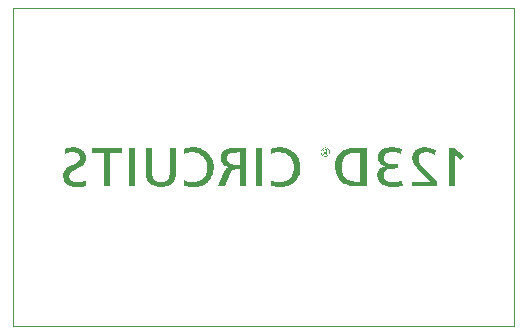
<source format=gbo>
G75*
G71*
%OFA0B0*%
%FSLAX23Y23*%
%IPPOS*%
%LPD*%
%ADD10C,0.1*%
%LPD*%D10*
X0Y0D02*
X0Y100D01*
X0Y200D01*
X0Y300D01*
X0Y399D01*
X0Y499D01*
X0Y599D01*
X0Y699D01*
X0Y799D01*
X0Y899D01*
X0Y999D01*
X0Y1099D01*
X0Y1198D01*
X0Y1298D01*
X0Y1398D01*
X0Y1498D01*
X0Y1598D01*
X0Y1698D01*
X0Y1798D01*
X0Y1898D01*
X0Y1997D01*
X0Y2097D01*
X0Y2197D01*
X0Y2297D01*
X0Y2397D01*
X0Y2497D01*
X0Y2597D01*
X0Y2697D01*
X0Y2796D01*
X0Y2896D01*
X0Y2996D01*
X0Y3096D01*
X0Y3196D01*
X0Y3296D01*
X0Y3396D01*
X0Y3495D01*
X0Y3595D01*
X0Y3695D01*
X0Y3795D01*
X0Y3895D01*
X0Y3995D01*
X0Y4095D01*
X0Y4195D01*
X0Y4294D01*
X0Y4394D01*
X0Y4494D01*
X0Y4594D01*
X0Y4694D01*
X0Y4794D01*
X0Y4894D01*
X0Y4994D01*
X0Y5093D01*
X0Y5193D01*
X0Y5293D01*
X0Y5393D01*
X0Y5493D01*
X0Y5593D01*
X0Y5693D01*
X0Y5793D01*
X0Y5892D01*
X0Y5992D01*
X0Y6092D01*
X0Y6192D01*
X0Y6292D01*
X0Y6392D01*
X0Y6492D01*
X0Y6591D01*
X0Y6691D01*
X0Y6791D01*
X0Y6891D01*
X0Y6991D01*
X0Y7091D01*
X0Y7191D01*
X0Y7291D01*
X0Y7390D01*
X0Y7490D01*
X0Y7590D01*
X0Y7690D01*
X0Y7790D01*
X0Y7890D01*
X0Y7990D01*
X0Y8090D01*
X0Y8189D01*
X0Y8289D01*
X0Y8389D01*
X0Y8489D01*
X0Y8589D01*
X0Y8689D01*
X0Y8789D01*
X0Y8888D01*
X0Y8988D01*
X0Y9088D01*
X0Y9188D01*
X0Y9288D01*
X0Y9388D01*
X0Y9488D01*
X0Y9588D01*
X0Y9687D01*
X0Y9787D01*
X0Y9887D01*
X0Y9987D01*
X0Y10087D01*
X0Y10187D01*
X0Y10287D01*
X0Y10387D01*
X0Y10486D01*
X0Y10586D01*
X0Y10686D01*
X0Y10786D01*
X0Y10886D01*
X0Y10986D01*
X0Y11086D01*
X0Y11186D01*
X0Y11285D01*
X0Y11385D01*
X0Y11485D01*
X0Y11585D01*
X0Y11685D01*
X0Y11785D01*
X0Y11885D01*
X0Y11985D01*
X0Y12084D01*
X0Y12184D01*
X0Y12284D01*
X0Y12384D01*
X0Y12484D01*
X0Y12584D01*
X0Y12684D01*
X0Y12783D01*
X0Y12883D01*
X0Y12983D01*
X0Y13083D01*
X0Y13183D01*
X0Y13283D01*
X0Y13383D01*
X0Y13483D01*
X0Y13582D01*
X0Y13682D01*
X0Y13782D01*
X0Y13882D01*
X0Y13982D01*
X0Y14082D01*
X0Y14182D01*
X0Y14282D01*
X0Y14381D01*
X0Y14481D01*
X0Y14581D01*
X0Y14681D01*
X0Y14781D01*
X0Y14881D01*
X0Y14981D01*
X0Y15081D01*
X0Y15180D01*
X0Y15280D01*
X0Y15380D01*
X0Y15480D01*
X0Y15580D01*
X0Y15680D01*
X0Y15780D01*
X0Y15879D01*
X0Y15979D01*
X0Y16079D01*
X0Y16179D01*
X0Y16279D01*
X0Y16379D01*
X0Y16479D01*
X0Y16579D01*
X0Y16678D01*
X0Y16778D01*
X0Y16878D01*
X0Y16978D01*
X0Y17078D01*
X0Y17178D01*
X0Y17278D01*
X0Y17378D01*
X0Y17477D01*
X0Y17577D01*
X0Y17677D01*
X0Y17777D01*
X0Y17877D01*
X0Y17977D01*
X0Y18077D01*
X0Y18177D01*
X0Y18276D01*
X0Y18376D01*
X0Y18476D01*
X0Y18576D01*
X0Y18676D01*
X0Y18776D01*
X0Y18876D01*
X0Y18975D01*
X0Y19075D01*
X0Y19175D01*
X0Y19275D01*
X0Y19375D01*
X0Y19475D01*
X0Y19575D01*
X0Y19675D01*
X0Y19774D01*
X0Y19874D01*
X0Y19974D01*
X0Y20074D01*
X0Y20174D01*
X0Y20274D01*
X0Y20374D01*
X0Y20474D01*
X0Y20573D01*
X0Y20673D01*
X0Y20773D01*
X0Y20873D01*
X0Y20973D01*
X0Y21073D01*
X0Y21173D01*
X0Y21273D01*
X0Y21372D01*
X0Y21472D01*
X0Y21572D01*
X0Y21672D01*
X0Y21772D01*
X0Y21872D01*
X0Y21972D01*
X0Y22071D01*
X0Y22171D01*
X0Y22271D01*
X0Y22371D01*
X0Y22471D01*
X0Y22571D01*
X0Y22671D01*
X0Y22771D01*
X0Y22870D01*
X0Y22970D01*
X0Y23070D01*
X0Y23170D01*
X0Y23270D01*
X0Y23370D01*
X0Y23470D01*
X0Y23570D01*
X0Y23669D01*
X0Y23769D01*
X0Y23869D01*
X0Y23969D01*
X0Y24069D01*
X0Y24169D01*
X0Y24269D01*
X0Y24369D01*
X0Y24468D01*
X0Y24568D01*
X0Y24668D01*
X0Y24768D01*
X0Y24868D01*
X0Y24968D01*
X0Y25068D01*
X0Y25168D01*
X0Y25267D01*
X0Y25367D01*
X0Y25467D01*
X0Y25567D01*
X0Y25667D01*
X0Y25767D01*
X0Y25867D01*
X0Y25967D01*
X0Y26066D01*
X0Y26166D01*
X0Y26266D01*
X0Y26366D01*
X0Y26466D01*
X0Y26566D01*
X0Y26666D01*
X0Y26765D01*
X0Y26865D01*
X0Y26965D01*
X100Y26965D01*
X200Y26965D01*
X299Y26965D01*
X399Y26965D01*
X499Y26965D01*
X599Y26965D01*
X698Y26965D01*
X798Y26965D01*
X898Y26965D01*
X998Y26965D01*
X1098Y26965D01*
X1197Y26965D01*
X1297Y26965D01*
X1397Y26965D01*
X1497Y26965D01*
X1596Y26965D01*
X1696Y26965D01*
X1796Y26965D01*
X1896Y26965D01*
X1995Y26965D01*
X2095Y26965D01*
X2195Y26965D01*
X2295Y26965D01*
X2395Y26965D01*
X2494Y26965D01*
X2594Y26965D01*
X2694Y26965D01*
X2794Y26965D01*
X2893Y26965D01*
X2993Y26965D01*
X3093Y26965D01*
X3193Y26965D01*
X3293Y26965D01*
X3392Y26965D01*
X3492Y26965D01*
X3592Y26965D01*
X3692Y26965D01*
X3791Y26965D01*
X3891Y26965D01*
X3991Y26965D01*
X4091Y26965D01*
X4190Y26965D01*
X4290Y26965D01*
X4390Y26965D01*
X4490Y26965D01*
X4590Y26965D01*
X4689Y26965D01*
X4789Y26965D01*
X4889Y26965D01*
X4989Y26965D01*
X5088Y26965D01*
X5188Y26965D01*
X5288Y26965D01*
X5388Y26965D01*
X5488Y26965D01*
X5587Y26965D01*
X5687Y26965D01*
X5787Y26965D01*
X5887Y26965D01*
X5986Y26965D01*
X6086Y26965D01*
X6186Y26965D01*
X6286Y26965D01*
X6385Y26965D01*
X6485Y26965D01*
X6585Y26965D01*
X6685Y26965D01*
X6785Y26965D01*
X6884Y26965D01*
X6984Y26965D01*
X7084Y26965D01*
X7184Y26965D01*
X7283Y26965D01*
X7383Y26965D01*
X7483Y26965D01*
X7583Y26965D01*
X7683Y26965D01*
X7782Y26965D01*
X7882Y26965D01*
X7982Y26965D01*
X8082Y26965D01*
X8181Y26965D01*
X8281Y26965D01*
X8381Y26965D01*
X8481Y26965D01*
X8580Y26965D01*
X8680Y26965D01*
X8780Y26965D01*
X8880Y26965D01*
X8980Y26965D01*
X9079Y26965D01*
X9179Y26965D01*
X9279Y26965D01*
X9379Y26965D01*
X9478Y26965D01*
X9578Y26965D01*
X9678Y26965D01*
X9778Y26965D01*
X9878Y26965D01*
X9977Y26965D01*
X10077Y26965D01*
X10177Y26965D01*
X10277Y26965D01*
X10376Y26965D01*
X10476Y26965D01*
X10576Y26965D01*
X10676Y26965D01*
X10775Y26965D01*
X10875Y26965D01*
X10975Y26965D01*
X11075Y26965D01*
X11175Y26965D01*
X11274Y26965D01*
X11374Y26965D01*
X11474Y26965D01*
X11574Y26965D01*
X11673Y26965D01*
X11773Y26965D01*
X11873Y26965D01*
X11973Y26965D01*
X12073Y26965D01*
X12172Y26965D01*
X12272Y26965D01*
X12372Y26965D01*
X12472Y26965D01*
X12571Y26965D01*
X12671Y26965D01*
X12771Y26965D01*
X12871Y26965D01*
X12970Y26965D01*
X13070Y26965D01*
X13170Y26965D01*
X13270Y26965D01*
X13370Y26965D01*
X13469Y26965D01*
X13569Y26965D01*
X13669Y26965D01*
X13769Y26965D01*
X13868Y26965D01*
X13968Y26965D01*
X14068Y26965D01*
X14168Y26965D01*
X14268Y26965D01*
X14367Y26965D01*
X14467Y26965D01*
X14567Y26965D01*
X14667Y26965D01*
X14766Y26965D01*
X14866Y26965D01*
X14966Y26965D01*
X15066Y26965D01*
X15165Y26965D01*
X15265Y26965D01*
X15365Y26965D01*
X15465Y26965D01*
X15565Y26965D01*
X15664Y26965D01*
X15764Y26965D01*
X15864Y26965D01*
X15964Y26965D01*
X16063Y26965D01*
X16163Y26965D01*
X16263Y26965D01*
X16363Y26965D01*
X16463Y26965D01*
X16562Y26965D01*
X16662Y26965D01*
X16762Y26965D01*
X16862Y26965D01*
X16961Y26965D01*
X17061Y26965D01*
X17161Y26965D01*
X17261Y26965D01*
X17361Y26965D01*
X17460Y26965D01*
X17560Y26965D01*
X17660Y26965D01*
X17760Y26965D01*
X17859Y26965D01*
X17959Y26965D01*
X18059Y26965D01*
X18159Y26965D01*
X18258Y26965D01*
X18358Y26965D01*
X18458Y26965D01*
X18558Y26965D01*
X18658Y26965D01*
X18757Y26965D01*
X18857Y26965D01*
X18957Y26965D01*
X19057Y26965D01*
X19156Y26965D01*
X19256Y26965D01*
X19356Y26965D01*
X19456Y26965D01*
X19556Y26965D01*
X19655Y26965D01*
X19755Y26965D01*
X19855Y26965D01*
X19955Y26965D01*
X20054Y26965D01*
X20154Y26965D01*
X20254Y26965D01*
X20354Y26965D01*
X20453Y26965D01*
X20553Y26965D01*
X20653Y26965D01*
X20753Y26965D01*
X20853Y26965D01*
X20952Y26965D01*
X21052Y26965D01*
X21152Y26965D01*
X21252Y26965D01*
X21351Y26965D01*
X21451Y26965D01*
X21551Y26965D01*
X21651Y26965D01*
X21751Y26965D01*
X21850Y26965D01*
X21950Y26965D01*
X22050Y26965D01*
X22150Y26965D01*
X22249Y26965D01*
X22349Y26965D01*
X22449Y26965D01*
X22549Y26965D01*
X22649Y26965D01*
X22748Y26965D01*
X22848Y26965D01*
X22948Y26965D01*
X23048Y26965D01*
X23147Y26965D01*
X23247Y26965D01*
X23347Y26965D01*
X23447Y26965D01*
X23546Y26965D01*
X23646Y26965D01*
X23746Y26965D01*
X23846Y26965D01*
X23946Y26965D01*
X24045Y26965D01*
X24145Y26965D01*
X24245Y26965D01*
X24345Y26965D01*
X24444Y26965D01*
X24544Y26965D01*
X24644Y26965D01*
X24744Y26965D01*
X24844Y26965D01*
X24943Y26965D01*
X25043Y26965D01*
X25143Y26965D01*
X25243Y26965D01*
X25342Y26965D01*
X25442Y26965D01*
X25542Y26965D01*
X25642Y26965D01*
X25741Y26965D01*
X25841Y26965D01*
X25941Y26965D01*
X26041Y26965D01*
X26141Y26965D01*
X26240Y26965D01*
X26340Y26965D01*
X26440Y26965D01*
X26540Y26965D01*
X26639Y26965D01*
X26739Y26965D01*
X26839Y26965D01*
X26939Y26965D01*
X27039Y26965D01*
X27138Y26965D01*
X27238Y26965D01*
X27338Y26965D01*
X27438Y26965D01*
X27537Y26965D01*
X27637Y26965D01*
X27737Y26965D01*
X27837Y26965D01*
X27936Y26965D01*
X28036Y26965D01*
X28136Y26965D01*
X28236Y26965D01*
X28336Y26965D01*
X28435Y26965D01*
X28535Y26965D01*
X28635Y26965D01*
X28735Y26965D01*
X28834Y26965D01*
X28934Y26965D01*
X29034Y26965D01*
X29134Y26965D01*
X29234Y26965D01*
X29333Y26965D01*
X29433Y26965D01*
X29533Y26965D01*
X29633Y26965D01*
X29732Y26965D01*
X29832Y26965D01*
X29932Y26965D01*
X30032Y26965D01*
X30131Y26965D01*
X30231Y26965D01*
X30331Y26965D01*
X30431Y26965D01*
X30531Y26965D01*
X30630Y26965D01*
X30730Y26965D01*
X30830Y26965D01*
X30930Y26965D01*
X31029Y26965D01*
X31129Y26965D01*
X31229Y26965D01*
X31329Y26965D01*
X31429Y26965D01*
X31528Y26965D01*
X31628Y26965D01*
X31728Y26965D01*
X31828Y26965D01*
X31927Y26965D01*
X32027Y26965D01*
X32127Y26965D01*
X32227Y26965D01*
X32327Y26965D01*
X32426Y26965D01*
X32526Y26965D01*
X32626Y26965D01*
X32726Y26965D01*
X32825Y26965D01*
X32925Y26965D01*
X33025Y26965D01*
X33125Y26965D01*
X33224Y26965D01*
X33324Y26965D01*
X33424Y26965D01*
X33524Y26965D01*
X33624Y26965D01*
X33723Y26965D01*
X33823Y26965D01*
X33923Y26965D01*
X34023Y26965D01*
X34122Y26965D01*
X34222Y26965D01*
X34322Y26965D01*
X34422Y26965D01*
X34522Y26965D01*
X34621Y26965D01*
X34721Y26965D01*
X34821Y26965D01*
X34921Y26965D01*
X35020Y26965D01*
X35120Y26965D01*
X35220Y26965D01*
X35320Y26965D01*
X35419Y26965D01*
X35519Y26965D01*
X35619Y26965D01*
X35719Y26965D01*
X35819Y26965D01*
X35918Y26965D01*
X36018Y26965D01*
X36118Y26965D01*
X36218Y26965D01*
X36317Y26965D01*
X36417Y26965D01*
X36517Y26965D01*
X36617Y26965D01*
X36717Y26965D01*
X36816Y26965D01*
X36916Y26965D01*
X37016Y26965D01*
X37116Y26965D01*
X37215Y26965D01*
X37315Y26965D01*
X37415Y26965D01*
X37515Y26965D01*
X37615Y26965D01*
X37714Y26965D01*
X37814Y26965D01*
X37914Y26965D01*
X38014Y26965D01*
X38113Y26965D01*
X38213Y26965D01*
X38313Y26965D01*
X38413Y26965D01*
X38513Y26965D01*
X38612Y26965D01*
X38712Y26965D01*
X38812Y26965D01*
X38912Y26965D01*
X39011Y26965D01*
X39111Y26965D01*
X39211Y26965D01*
X39311Y26965D01*
X39410Y26965D01*
X39510Y26965D01*
X39610Y26965D01*
X39710Y26965D01*
X39810Y26965D01*
X39909Y26965D01*
X40009Y26965D01*
X40109Y26965D01*
X40209Y26965D01*
X40308Y26965D01*
X40408Y26965D01*
X40508Y26965D01*
X40608Y26965D01*
X40708Y26965D01*
X40807Y26965D01*
X40907Y26965D01*
X41007Y26965D01*
X41107Y26965D01*
X41206Y26965D01*
X41306Y26965D01*
X41406Y26965D01*
X41506Y26965D01*
X41606Y26965D01*
X41705Y26965D01*
X41805Y26965D01*
X41905Y26965D01*
X42005Y26965D01*
X42104Y26965D01*
X42204Y26965D01*
X42304Y26965D01*
X42404Y26965D01*
X42404Y26865D01*
X42404Y26766D01*
X42404Y26666D01*
X42404Y26566D01*
X42404Y26466D01*
X42404Y26366D01*
X42404Y26266D01*
X42404Y26166D01*
X42404Y26066D01*
X42404Y25967D01*
X42404Y25867D01*
X42404Y25767D01*
X42404Y25667D01*
X42404Y25567D01*
X42404Y25467D01*
X42404Y25367D01*
X42404Y25267D01*
X42404Y25168D01*
X42404Y25068D01*
X42404Y24968D01*
X42404Y24868D01*
X42404Y24768D01*
X42404Y24668D01*
X42404Y24568D01*
X42404Y24468D01*
X42404Y24369D01*
X42404Y24269D01*
X42404Y24169D01*
X42404Y24069D01*
X42404Y23969D01*
X42404Y23869D01*
X42404Y23769D01*
X42404Y23670D01*
X42404Y23570D01*
X42404Y23470D01*
X42404Y23370D01*
X42404Y23270D01*
X42404Y23170D01*
X42404Y23070D01*
X42404Y22970D01*
X42404Y22871D01*
X42404Y22771D01*
X42404Y22671D01*
X42404Y22571D01*
X42404Y22471D01*
X42404Y22371D01*
X42404Y22271D01*
X42404Y22171D01*
X42404Y22072D01*
X42404Y21972D01*
X42404Y21872D01*
X42404Y21772D01*
X42404Y21672D01*
X42404Y21572D01*
X42404Y21472D01*
X42404Y21372D01*
X42404Y21273D01*
X42404Y21173D01*
X42404Y21073D01*
X42404Y20973D01*
X42404Y20873D01*
X42404Y20773D01*
X42404Y20673D01*
X42404Y20574D01*
X42404Y20474D01*
X42404Y20374D01*
X42404Y20274D01*
X42404Y20174D01*
X42404Y20074D01*
X42404Y19974D01*
X42404Y19874D01*
X42404Y19775D01*
X42404Y19675D01*
X42404Y19575D01*
X42404Y19475D01*
X42404Y19375D01*
X42404Y19275D01*
X42404Y19175D01*
X42404Y19075D01*
X42404Y18976D01*
X42404Y18876D01*
X42404Y18776D01*
X42404Y18676D01*
X42404Y18576D01*
X42404Y18476D01*
X42404Y18376D01*
X42404Y18276D01*
X42404Y18177D01*
X42404Y18077D01*
X42404Y17977D01*
X42404Y17877D01*
X42404Y17777D01*
X42404Y17677D01*
X42404Y17577D01*
X42404Y17478D01*
X42404Y17378D01*
X42404Y17278D01*
X42404Y17178D01*
X42404Y17078D01*
X42404Y16978D01*
X42404Y16878D01*
X42404Y16778D01*
X42404Y16679D01*
X42404Y16579D01*
X42404Y16479D01*
X42404Y16379D01*
X42404Y16279D01*
X42404Y16179D01*
X42404Y16079D01*
X42404Y15979D01*
X42404Y15880D01*
X42404Y15780D01*
X42404Y15680D01*
X42404Y15580D01*
X42404Y15480D01*
X42404Y15380D01*
X42404Y15280D01*
X42404Y15180D01*
X42404Y15081D01*
X42404Y14981D01*
X42404Y14881D01*
X42404Y14781D01*
X42404Y14681D01*
X42404Y14581D01*
X42404Y14481D01*
X42404Y14382D01*
X42404Y14282D01*
X42404Y14182D01*
X42404Y14082D01*
X42404Y13982D01*
X42404Y13882D01*
X42404Y13782D01*
X42404Y13682D01*
X42404Y13583D01*
X42404Y13483D01*
X42404Y13383D01*
X42404Y13283D01*
X42404Y13183D01*
X42404Y13083D01*
X42404Y12983D01*
X42404Y12883D01*
X42404Y12784D01*
X42404Y12684D01*
X42404Y12584D01*
X42404Y12484D01*
X42404Y12384D01*
X42404Y12284D01*
X42404Y12184D01*
X42404Y12084D01*
X42404Y11985D01*
X42404Y11885D01*
X42404Y11785D01*
X42404Y11685D01*
X42404Y11585D01*
X42404Y11485D01*
X42404Y11385D01*
X42404Y11286D01*
X42404Y11186D01*
X42404Y11086D01*
X42404Y10986D01*
X42404Y10886D01*
X42404Y10786D01*
X42404Y10686D01*
X42404Y10586D01*
X42404Y10487D01*
X42404Y10387D01*
X42404Y10287D01*
X42404Y10187D01*
X42404Y10087D01*
X42404Y9987D01*
X42404Y9887D01*
X42404Y9787D01*
X42404Y9688D01*
X42404Y9588D01*
X42404Y9488D01*
X42404Y9388D01*
X42404Y9288D01*
X42404Y9188D01*
X42404Y9088D01*
X42404Y8988D01*
X42404Y8889D01*
X42404Y8789D01*
X42404Y8689D01*
X42404Y8589D01*
X42404Y8489D01*
X42404Y8389D01*
X42404Y8289D01*
X42404Y8190D01*
X42404Y8090D01*
X42404Y7990D01*
X42404Y7890D01*
X42404Y7790D01*
X42404Y7690D01*
X42404Y7590D01*
X42404Y7490D01*
X42404Y7391D01*
X42404Y7291D01*
X42404Y7191D01*
X42404Y7091D01*
X42404Y6991D01*
X42404Y6891D01*
X42404Y6791D01*
X42404Y6691D01*
X42404Y6592D01*
X42404Y6492D01*
X42404Y6392D01*
X42404Y6292D01*
X42404Y6192D01*
X42404Y6092D01*
X42404Y5992D01*
X42404Y5892D01*
X42404Y5793D01*
X42404Y5693D01*
X42404Y5593D01*
X42404Y5493D01*
X42404Y5393D01*
X42404Y5293D01*
X42404Y5193D01*
X42404Y5093D01*
X42404Y4994D01*
X42404Y4894D01*
X42404Y4794D01*
X42404Y4694D01*
X42404Y4594D01*
X42404Y4494D01*
X42404Y4394D01*
X42404Y4295D01*
X42404Y4195D01*
X42404Y4095D01*
X42404Y3995D01*
X42404Y3895D01*
X42404Y3795D01*
X42404Y3695D01*
X42404Y3595D01*
X42404Y3496D01*
X42404Y3396D01*
X42404Y3296D01*
X42404Y3196D01*
X42404Y3096D01*
X42404Y2996D01*
X42404Y2896D01*
X42404Y2796D01*
X42404Y2697D01*
X42404Y2597D01*
X42404Y2497D01*
X42404Y2397D01*
X42404Y2297D01*
X42404Y2197D01*
X42404Y2097D01*
X42404Y1997D01*
X42404Y1898D01*
X42404Y1798D01*
X42404Y1698D01*
X42404Y1598D01*
X42404Y1498D01*
X42404Y1398D01*
X42404Y1298D01*
X42404Y1199D01*
X42404Y1099D01*
X42404Y999D01*
X42404Y899D01*
X42404Y799D01*
X42404Y699D01*
X42404Y599D01*
X42404Y499D01*
X42404Y400D01*
X42404Y300D01*
X42404Y200D01*
X42404Y100D01*
X42404Y0D01*
X42304Y0D01*
X42204Y0D01*
X42104Y0D01*
X42005Y0D01*
X41905Y0D01*
X41805Y0D01*
X41705Y0D01*
X41606Y0D01*
X41506Y0D01*
X41406Y0D01*
X41306Y0D01*
X41206Y0D01*
X41107Y0D01*
X41007Y0D01*
X40907Y0D01*
X40807Y0D01*
X40708Y0D01*
X40608Y0D01*
X40508Y0D01*
X40408Y0D01*
X40309Y0D01*
X40209Y0D01*
X40109Y0D01*
X40009Y0D01*
X39909Y0D01*
X39810Y0D01*
X39710Y0D01*
X39610Y0D01*
X39510Y0D01*
X39411Y0D01*
X39311Y0D01*
X39211Y0D01*
X39111Y0D01*
X39011Y0D01*
X38912Y0D01*
X38812Y0D01*
X38712Y0D01*
X38612Y0D01*
X38513Y0D01*
X38413Y0D01*
X38313Y0D01*
X38213Y0D01*
X38114Y0D01*
X38014Y0D01*
X37914Y0D01*
X37814Y0D01*
X37714Y0D01*
X37615Y0D01*
X37515Y0D01*
X37415Y0D01*
X37315Y0D01*
X37216Y0D01*
X37116Y0D01*
X37016Y0D01*
X36916Y0D01*
X36816Y0D01*
X36717Y0D01*
X36617Y0D01*
X36517Y0D01*
X36417Y0D01*
X36318Y0D01*
X36218Y0D01*
X36118Y0D01*
X36018Y0D01*
X35919Y0D01*
X35819Y0D01*
X35719Y0D01*
X35619Y0D01*
X35519Y0D01*
X35420Y0D01*
X35320Y0D01*
X35220Y0D01*
X35120Y0D01*
X35021Y0D01*
X34921Y0D01*
X34821Y0D01*
X34721Y0D01*
X34621Y0D01*
X34522Y0D01*
X34422Y0D01*
X34322Y0D01*
X34222Y0D01*
X34123Y0D01*
X34023Y0D01*
X33923Y0D01*
X33823Y0D01*
X33723Y0D01*
X33624Y0D01*
X33524Y0D01*
X33424Y0D01*
X33324Y0D01*
X33225Y0D01*
X33125Y0D01*
X33025Y0D01*
X32925Y0D01*
X32826Y0D01*
X32726Y0D01*
X32626Y0D01*
X32526Y0D01*
X32426Y0D01*
X32327Y0D01*
X32227Y0D01*
X32127Y0D01*
X32027Y0D01*
X31928Y0D01*
X31828Y0D01*
X31728Y0D01*
X31628Y0D01*
X31528Y0D01*
X31429Y0D01*
X31329Y0D01*
X31229Y0D01*
X31129Y0D01*
X31030Y0D01*
X30930Y0D01*
X30830Y0D01*
X30730Y0D01*
X30631Y0D01*
X30531Y0D01*
X30431Y0D01*
X30331Y0D01*
X30231Y0D01*
X30132Y0D01*
X30032Y0D01*
X29932Y0D01*
X29832Y0D01*
X29733Y0D01*
X29633Y0D01*
X29533Y0D01*
X29433Y0D01*
X29333Y0D01*
X29234Y0D01*
X29134Y0D01*
X29034Y0D01*
X28934Y0D01*
X28835Y0D01*
X28735Y0D01*
X28635Y0D01*
X28535Y0D01*
X28436Y0D01*
X28336Y0D01*
X28236Y0D01*
X28136Y0D01*
X28036Y0D01*
X27937Y0D01*
X27837Y0D01*
X27737Y0D01*
X27637Y0D01*
X27538Y0D01*
X27438Y0D01*
X27338Y0D01*
X27238Y0D01*
X27138Y0D01*
X27039Y0D01*
X26939Y0D01*
X26839Y0D01*
X26739Y0D01*
X26640Y0D01*
X26540Y0D01*
X26440Y0D01*
X26340Y0D01*
X26241Y0D01*
X26141Y0D01*
X26041Y0D01*
X25941Y0D01*
X25841Y0D01*
X25742Y0D01*
X25642Y0D01*
X25542Y0D01*
X25442Y0D01*
X25343Y0D01*
X25243Y0D01*
X25143Y0D01*
X25043Y0D01*
X24943Y0D01*
X24844Y0D01*
X24744Y0D01*
X24644Y0D01*
X24544Y0D01*
X24445Y0D01*
X24345Y0D01*
X24245Y0D01*
X24145Y0D01*
X24045Y0D01*
X23946Y0D01*
X23846Y0D01*
X23746Y0D01*
X23646Y0D01*
X23547Y0D01*
X23447Y0D01*
X23347Y0D01*
X23247Y0D01*
X23148Y0D01*
X23048Y0D01*
X22948Y0D01*
X22848Y0D01*
X22748Y0D01*
X22649Y0D01*
X22549Y0D01*
X22449Y0D01*
X22349Y0D01*
X22250Y0D01*
X22150Y0D01*
X22050Y0D01*
X21950Y0D01*
X21850Y0D01*
X21751Y0D01*
X21651Y0D01*
X21551Y0D01*
X21451Y0D01*
X21352Y0D01*
X21252Y0D01*
X21152Y0D01*
X21052Y0D01*
X20953Y0D01*
X20853Y0D01*
X20753Y0D01*
X20653Y0D01*
X20553Y0D01*
X20454Y0D01*
X20354Y0D01*
X20254Y0D01*
X20154Y0D01*
X20055Y0D01*
X19955Y0D01*
X19855Y0D01*
X19755Y0D01*
X19655Y0D01*
X19556Y0D01*
X19456Y0D01*
X19356Y0D01*
X19256Y0D01*
X19157Y0D01*
X19057Y0D01*
X18957Y0D01*
X18857Y0D01*
X18758Y0D01*
X18658Y0D01*
X18558Y0D01*
X18458Y0D01*
X18358Y0D01*
X18259Y0D01*
X18159Y0D01*
X18059Y0D01*
X17959Y0D01*
X17860Y0D01*
X17760Y0D01*
X17660Y0D01*
X17560Y0D01*
X17460Y0D01*
X17361Y0D01*
X17261Y0D01*
X17161Y0D01*
X17061Y0D01*
X16962Y0D01*
X16862Y0D01*
X16762Y0D01*
X16662Y0D01*
X16563Y0D01*
X16463Y0D01*
X16363Y0D01*
X16263Y0D01*
X16163Y0D01*
X16064Y0D01*
X15964Y0D01*
X15864Y0D01*
X15764Y0D01*
X15665Y0D01*
X15565Y0D01*
X15465Y0D01*
X15365Y0D01*
X15265Y0D01*
X15166Y0D01*
X15066Y0D01*
X14966Y0D01*
X14866Y0D01*
X14767Y0D01*
X14667Y0D01*
X14567Y0D01*
X14467Y0D01*
X14367Y0D01*
X14268Y0D01*
X14168Y0D01*
X14068Y0D01*
X13968Y0D01*
X13869Y0D01*
X13769Y0D01*
X13669Y0D01*
X13569Y0D01*
X13470Y0D01*
X13370Y0D01*
X13270Y0D01*
X13170Y0D01*
X13070Y0D01*
X12971Y0D01*
X12871Y0D01*
X12771Y0D01*
X12671Y0D01*
X12572Y0D01*
X12472Y0D01*
X12372Y0D01*
X12272Y0D01*
X12172Y0D01*
X12073Y0D01*
X11973Y0D01*
X11873Y0D01*
X11773Y0D01*
X11674Y0D01*
X11574Y0D01*
X11474Y0D01*
X11374Y0D01*
X11275Y0D01*
X11175Y0D01*
X11075Y0D01*
X10975Y0D01*
X10875Y0D01*
X10776Y0D01*
X10676Y0D01*
X10576Y0D01*
X10476Y0D01*
X10377Y0D01*
X10277Y0D01*
X10177Y0D01*
X10077Y0D01*
X9977Y0D01*
X9878Y0D01*
X9778Y0D01*
X9678Y0D01*
X9578Y0D01*
X9479Y0D01*
X9379Y0D01*
X9279Y0D01*
X9179Y0D01*
X9079Y0D01*
X8980Y0D01*
X8880Y0D01*
X8780Y0D01*
X8680Y0D01*
X8581Y0D01*
X8481Y0D01*
X8381Y0D01*
X8281Y0D01*
X8182Y0D01*
X8082Y0D01*
X7982Y0D01*
X7882Y0D01*
X7782Y0D01*
X7683Y0D01*
X7583Y0D01*
X7483Y0D01*
X7383Y0D01*
X7284Y0D01*
X7184Y0D01*
X7084Y0D01*
X6984Y0D01*
X6884Y0D01*
X6785Y0D01*
X6685Y0D01*
X6585Y0D01*
X6485Y0D01*
X6386Y0D01*
X6286Y0D01*
X6186Y0D01*
X6086Y0D01*
X5987Y0D01*
X5887Y0D01*
X5787Y0D01*
X5687Y0D01*
X5587Y0D01*
X5488Y0D01*
X5388Y0D01*
X5288Y0D01*
X5188Y0D01*
X5089Y0D01*
X4989Y0D01*
X4889Y0D01*
X4789Y0D01*
X4689Y0D01*
X4590Y0D01*
X4490Y0D01*
X4390Y0D01*
X4290Y0D01*
X4191Y0D01*
X4091Y0D01*
X3991Y0D01*
X3891Y0D01*
X3791Y0D01*
X3692Y0D01*
X3592Y0D01*
X3492Y0D01*
X3392Y0D01*
X3293Y0D01*
X3193Y0D01*
X3093Y0D01*
X2993Y0D01*
X2894Y0D01*
X2794Y0D01*
X2694Y0D01*
X2594Y0D01*
X2494Y0D01*
X2395Y0D01*
X2295Y0D01*
X2195Y0D01*
X2095Y0D01*
X1996Y0D01*
X1896Y0D01*
X1796Y0D01*
X1696Y0D01*
X1596Y0D01*
X1497Y0D01*
X1397Y0D01*
X1297Y0D01*
X1197Y0D01*
X1098Y0D01*
X998Y0D01*
X898Y0D01*
X798Y0D01*
X698Y0D01*
X599Y0D01*
X499Y0D01*
X399Y0D01*
X299Y0D01*
X200Y0D01*
X100Y0D01*
X0Y0D01*
X0Y0D01*
G36*
X37373Y11857D02*
X37373Y14572D01*
X37953Y14102D01*
X38163Y14455D01*
X37309Y15113D01*
X36860Y15113D01*
X36860Y11857D01*
X37373Y11857D01*
G37*
G36*
X35878Y11857D02*
X35878Y12258D01*
X34789Y13370D01*
X34648Y13530D01*
X34522Y13698D01*
X34467Y13783D01*
X34420Y13870D01*
X34380Y13958D01*
X34351Y14047D01*
X34332Y14136D01*
X34326Y14225D01*
X34329Y14287D01*
X34339Y14346D01*
X34355Y14401D01*
X34377Y14452D01*
X34404Y14500D01*
X34435Y14543D01*
X34472Y14583D01*
X34513Y14619D01*
X34557Y14651D01*
X34605Y14678D01*
X34655Y14702D01*
X34709Y14722D01*
X34765Y14737D01*
X34822Y14748D01*
X34881Y14755D01*
X34941Y14757D01*
X35049Y14753D01*
X35155Y14740D01*
X35308Y14707D01*
X35407Y14678D01*
X35601Y14603D01*
X35742Y14537D01*
X35766Y14957D01*
X35554Y15039D01*
X35335Y15103D01*
X35222Y15128D01*
X35109Y15147D01*
X34994Y15158D01*
X34878Y15162D01*
X34771Y15159D01*
X34667Y15150D01*
X34566Y15134D01*
X34468Y15112D01*
X34374Y15083D01*
X34285Y15047D01*
X34202Y15004D01*
X34124Y14953D01*
X34053Y14895D01*
X33989Y14830D01*
X33934Y14757D01*
X33887Y14676D01*
X33849Y14587D01*
X33822Y14489D01*
X33805Y14383D01*
X33799Y14269D01*
X33805Y14160D01*
X33826Y14053D01*
X33858Y13947D01*
X33901Y13843D01*
X33952Y13742D01*
X34013Y13642D01*
X34152Y13449D01*
X35254Y12252D01*
X33745Y12252D01*
X33745Y11857D01*
X35878Y11857D01*
X35878Y11857D01*
G37*
G36*
X32959Y12350D02*
X32863Y12315D01*
X32765Y12284D01*
X32561Y12239D01*
X32358Y12212D01*
X32163Y12204D01*
X32083Y12206D01*
X32005Y12213D01*
X31929Y12224D01*
X31856Y12240D01*
X31785Y12261D01*
X31719Y12286D01*
X31657Y12317D01*
X31599Y12353D01*
X31547Y12393D01*
X31499Y12440D01*
X31458Y12492D01*
X31423Y12550D01*
X31395Y12613D01*
X31375Y12682D01*
X31362Y12757D01*
X31357Y12838D01*
X31362Y12912D01*
X31375Y12981D01*
X31396Y13041D01*
X31424Y13096D01*
X31459Y13146D01*
X31500Y13189D01*
X31547Y13227D01*
X31599Y13260D01*
X31656Y13288D01*
X31716Y13312D01*
X31781Y13331D01*
X31848Y13346D01*
X31917Y13357D01*
X32061Y13369D01*
X32563Y13370D01*
X32563Y13737D01*
X32114Y13738D01*
X31956Y13752D01*
X31882Y13764D01*
X31812Y13780D01*
X31747Y13801D01*
X31687Y13826D01*
X31632Y13855D01*
X31581Y13891D01*
X31537Y13931D01*
X31499Y13976D01*
X31466Y14027D01*
X31440Y14084D01*
X31422Y14148D01*
X31410Y14217D01*
X31406Y14293D01*
X31411Y14360D01*
X31423Y14420D01*
X31442Y14476D01*
X31469Y14525D01*
X31502Y14570D01*
X31541Y14609D01*
X31585Y14644D01*
X31633Y14674D01*
X31686Y14699D01*
X31743Y14721D01*
X31802Y14739D01*
X31864Y14753D01*
X31927Y14764D01*
X32058Y14775D01*
X32213Y14774D01*
X32401Y14753D01*
X32593Y14713D01*
X32781Y14655D01*
X32871Y14621D01*
X32900Y15021D01*
X32693Y15082D01*
X32483Y15126D01*
X32268Y15153D01*
X32051Y15162D01*
X31837Y15152D01*
X31731Y15139D01*
X31628Y15121D01*
X31527Y15097D01*
X31430Y15066D01*
X31339Y15028D01*
X31253Y14984D01*
X31174Y14932D01*
X31102Y14873D01*
X31040Y14805D01*
X30986Y14729D01*
X30943Y14645D01*
X30911Y14552D01*
X30890Y14449D01*
X30884Y14337D01*
X30887Y14261D01*
X30896Y14189D01*
X30911Y14120D01*
X30932Y14055D01*
X30959Y13994D01*
X30991Y13937D01*
X31028Y13882D01*
X31069Y13832D01*
X31116Y13786D01*
X31166Y13744D01*
X31221Y13705D01*
X31279Y13669D01*
X31342Y13638D01*
X31407Y13610D01*
X31476Y13586D01*
X31548Y13566D01*
X31474Y13554D01*
X31402Y13536D01*
X31332Y13514D01*
X31265Y13487D01*
X31202Y13456D01*
X31142Y13420D01*
X31086Y13379D01*
X31034Y13335D01*
X30987Y13286D01*
X30945Y13234D01*
X30908Y13177D01*
X30878Y13115D01*
X30854Y13050D01*
X30836Y12982D01*
X30824Y12909D01*
X30821Y12833D01*
X30828Y12702D01*
X30850Y12580D01*
X30886Y12469D01*
X30934Y12366D01*
X30994Y12272D01*
X31065Y12188D01*
X31146Y12113D01*
X31235Y12046D01*
X31332Y11987D01*
X31436Y11938D01*
X31547Y11896D01*
X31663Y11862D01*
X31782Y11836D01*
X31906Y11818D01*
X32031Y11807D01*
X32322Y11807D01*
X32531Y11825D01*
X32735Y11860D01*
X32835Y11884D01*
X32988Y11930D01*
X32959Y12350D01*
X32959Y12350D01*
X32959Y12350D01*
G37*
G36*
X27269Y13726D02*
X27290Y13906D01*
X27325Y14075D01*
X27374Y14230D01*
X27436Y14372D01*
X27511Y14502D01*
X27599Y14619D01*
X27700Y14723D01*
X27813Y14815D01*
X27938Y14895D01*
X28075Y14962D01*
X28223Y15016D01*
X28382Y15059D01*
X28553Y15089D01*
X28735Y15107D01*
X29927Y15113D01*
X29927Y13543D01*
X29395Y13543D01*
X29395Y14718D01*
X28841Y14713D01*
X28710Y14698D01*
X28588Y14672D01*
X28475Y14638D01*
X28370Y14594D01*
X28275Y14539D01*
X28189Y14476D01*
X28111Y14405D01*
X28043Y14324D01*
X27984Y14235D01*
X27933Y14138D01*
X27891Y14032D01*
X27860Y13919D01*
X27837Y13797D01*
X27822Y13668D01*
X27818Y13532D01*
X27823Y13375D01*
X27840Y13228D01*
X27867Y13093D01*
X27904Y12967D01*
X27952Y12852D01*
X28011Y12747D01*
X28079Y12653D01*
X28157Y12568D01*
X28246Y12493D01*
X28343Y12430D01*
X28451Y12375D01*
X28568Y12331D01*
X28694Y12297D01*
X28829Y12272D01*
X28973Y12258D01*
X29395Y12252D01*
X29395Y13543D01*
X29927Y13543D01*
X29927Y11857D01*
X28875Y11863D01*
X28687Y11883D01*
X28506Y11914D01*
X28337Y11959D01*
X28177Y12017D01*
X28027Y12088D01*
X27890Y12172D01*
X27765Y12270D01*
X27651Y12380D01*
X27551Y12504D01*
X27465Y12641D01*
X27394Y12792D01*
X27337Y12957D01*
X27295Y13135D01*
X27270Y13326D01*
X27261Y13532D01*
X27269Y13726D01*
G37*
G36*
X26039Y14800D02*
X26045Y14839D01*
X26055Y14876D01*
X26068Y14912D01*
X26084Y14946D01*
X26104Y14978D01*
X26126Y15008D01*
X26152Y15036D01*
X26179Y15061D01*
X26209Y15084D01*
X26242Y15103D01*
X26276Y15119D01*
X26312Y15133D01*
X26349Y15142D01*
X26388Y15148D01*
X26428Y15150D01*
X26468Y15148D01*
X26507Y15142D01*
X26544Y15133D01*
X26580Y15119D01*
X26614Y15103D01*
X26646Y15084D01*
X26676Y15061D01*
X26704Y15036D01*
X26730Y15008D01*
X26752Y14978D01*
X26772Y14946D01*
X26788Y14912D01*
X26802Y14876D01*
X26811Y14839D01*
X26817Y14800D01*
X26819Y14760D01*
X26755Y14760D01*
X26754Y14794D01*
X26749Y14827D01*
X26741Y14859D01*
X26730Y14889D01*
X26716Y14918D01*
X26700Y14946D01*
X26681Y14971D01*
X26660Y14995D01*
X26637Y15017D01*
X26612Y15036D01*
X26585Y15053D01*
X26556Y15067D01*
X26526Y15079D01*
X26494Y15087D01*
X26462Y15091D01*
X26428Y15094D01*
X26394Y15091D01*
X26362Y15087D01*
X26330Y15078D01*
X26300Y15067D01*
X26272Y15052D01*
X26245Y15036D01*
X26219Y15016D01*
X26196Y14995D01*
X26175Y14971D01*
X26156Y14945D01*
X26140Y14918D01*
X26126Y14889D01*
X26116Y14858D01*
X26107Y14826D01*
X26103Y14794D01*
X26101Y14760D01*
X26103Y14726D01*
X26107Y14693D01*
X26116Y14662D01*
X26126Y14631D01*
X26140Y14602D01*
X26156Y14574D01*
X26175Y14548D01*
X26196Y14524D01*
X26219Y14503D01*
X26245Y14483D01*
X26272Y14466D01*
X26300Y14452D01*
X26330Y14440D01*
X26362Y14432D01*
X26394Y14427D01*
X26428Y14425D01*
X26445Y14425D01*
X26462Y14427D01*
X26494Y14432D01*
X26526Y14440D01*
X26556Y14452D01*
X26585Y14466D01*
X26612Y14483D01*
X26637Y14503D01*
X26660Y14524D01*
X26681Y14548D01*
X26700Y14575D01*
X26716Y14603D01*
X26730Y14632D01*
X26741Y14662D01*
X26749Y14694D01*
X26754Y14726D01*
X26755Y14760D01*
X26819Y14760D01*
X26818Y14730D01*
X26815Y14701D01*
X26809Y14672D01*
X26802Y14644D01*
X26792Y14617D01*
X26781Y14591D01*
X26767Y14565D01*
X26752Y14541D01*
X26736Y14518D01*
X26718Y14497D01*
X26698Y14476D01*
X26677Y14458D01*
X26655Y14440D01*
X26631Y14425D01*
X26607Y14411D01*
X26580Y14399D01*
X26544Y14386D01*
X26506Y14376D01*
X26468Y14370D01*
X26428Y14368D01*
X26388Y14371D01*
X26349Y14377D01*
X26312Y14386D01*
X26276Y14399D01*
X26242Y14416D01*
X26209Y14435D01*
X26179Y14458D01*
X26152Y14483D01*
X26126Y14511D01*
X26104Y14542D01*
X26084Y14574D01*
X26068Y14608D01*
X26055Y14644D01*
X26045Y14681D01*
X26039Y14720D01*
X26038Y14760D01*
X26039Y14800D01*
G37*
G36*
X26316Y14699D02*
X26322Y14711D01*
X26328Y14720D01*
X26335Y14729D01*
X26342Y14737D01*
X26351Y14744D01*
X26361Y14750D01*
X26373Y14754D01*
X26386Y14757D01*
X26364Y14762D01*
X26343Y14770D01*
X26324Y14781D01*
X26307Y14794D01*
X26293Y14809D01*
X26282Y14827D01*
X26275Y14847D01*
X26272Y14868D01*
X26276Y14898D01*
X26285Y14922D01*
X26299Y14943D01*
X26318Y14959D01*
X26341Y14972D01*
X26367Y14980D01*
X26396Y14986D01*
X26426Y14987D01*
X26564Y14987D01*
X26564Y14861D01*
X26505Y14861D01*
X26505Y14935D01*
X26432Y14934D01*
X26411Y14932D01*
X26390Y14929D01*
X26372Y14923D01*
X26357Y14914D01*
X26345Y14902D01*
X26337Y14886D01*
X26335Y14867D01*
X26337Y14846D01*
X26345Y14829D01*
X26357Y14815D01*
X26372Y14805D01*
X26390Y14798D01*
X26410Y14793D01*
X26431Y14790D01*
X26505Y14790D01*
X26505Y14861D01*
X26564Y14861D01*
X26564Y14531D01*
X26505Y14531D01*
X26505Y14737D01*
X26444Y14736D01*
X26428Y14734D01*
X26414Y14730D01*
X26402Y14724D01*
X26393Y14716D01*
X26384Y14705D01*
X26377Y14693D01*
X26303Y14531D01*
X26239Y14531D01*
X26316Y14699D01*
X26316Y14699D01*
G37*
G36*
X21797Y11945D02*
X21887Y11909D01*
X21982Y11880D01*
X22083Y11855D01*
X22290Y11821D01*
X22495Y11806D01*
X22592Y11803D01*
X22782Y11811D01*
X22963Y11833D01*
X23136Y11869D01*
X23298Y11919D01*
X23451Y11983D01*
X23593Y12059D01*
X23723Y12149D01*
X23842Y12252D01*
X23949Y12366D01*
X24043Y12493D01*
X24124Y12630D01*
X24192Y12779D01*
X24245Y12940D01*
X24284Y13111D01*
X24307Y13292D01*
X24316Y13483D01*
X24307Y13665D01*
X24283Y13841D01*
X24242Y14008D01*
X24187Y14166D01*
X24117Y14313D01*
X24033Y14452D01*
X23937Y14579D01*
X23828Y14696D01*
X23707Y14801D01*
X23575Y14893D01*
X23433Y14973D01*
X23282Y15040D01*
X23121Y15093D01*
X22952Y15131D01*
X22776Y15154D01*
X22592Y15162D01*
X22397Y15154D01*
X22192Y15132D01*
X21991Y15094D01*
X21896Y15069D01*
X21806Y15040D01*
X21836Y14611D01*
X21914Y14643D01*
X21997Y14671D01*
X22084Y14694D01*
X22265Y14729D01*
X22446Y14745D01*
X22534Y14747D01*
X22673Y14741D01*
X22805Y14723D01*
X22930Y14693D01*
X23047Y14652D01*
X23156Y14600D01*
X23256Y14539D01*
X23349Y14468D01*
X23432Y14388D01*
X23507Y14299D01*
X23572Y14202D01*
X23629Y14099D01*
X23675Y13988D01*
X23711Y13870D01*
X23738Y13746D01*
X23754Y13617D01*
X23759Y13483D01*
X23754Y13345D01*
X23739Y13213D01*
X23714Y13087D01*
X23678Y12968D01*
X23634Y12856D01*
X23579Y12752D01*
X23515Y12656D01*
X23442Y12568D01*
X23361Y12490D01*
X23270Y12421D01*
X23170Y12360D01*
X23061Y12310D01*
X22944Y12270D01*
X22819Y12242D01*
X22686Y12225D01*
X22544Y12219D01*
X22357Y12226D01*
X22174Y12251D01*
X22084Y12270D01*
X21996Y12294D01*
X21868Y12342D01*
X21826Y12360D01*
X21797Y11945D01*
X21797Y11945D01*
G37*
G36*
X21088Y11857D02*
X21088Y15113D01*
X20557Y15113D01*
X20557Y11857D01*
X21088Y11857D01*
X21088Y11857D01*
G37*
G36*
X17827Y13043D02*
X17866Y13130D01*
X17912Y13209D01*
X17936Y13246D01*
X17961Y13280D01*
X17989Y13313D01*
X18017Y13343D01*
X18047Y13370D01*
X18080Y13395D01*
X18113Y13418D01*
X18148Y13437D01*
X18185Y13454D01*
X18224Y13469D01*
X18264Y13480D01*
X18306Y13488D01*
X18230Y13503D01*
X18156Y13522D01*
X18085Y13547D01*
X18016Y13577D01*
X17951Y13611D01*
X17890Y13651D01*
X17832Y13695D01*
X17779Y13744D01*
X17731Y13796D01*
X17687Y13853D01*
X17649Y13914D01*
X17618Y13979D01*
X17593Y14047D01*
X17574Y14119D01*
X17563Y14195D01*
X17559Y14274D01*
X17566Y14397D01*
X17586Y14507D01*
X17618Y14607D01*
X17662Y14695D01*
X17716Y14774D01*
X17779Y14842D01*
X17851Y14901D01*
X17931Y14952D01*
X18017Y14995D01*
X18109Y15029D01*
X18206Y15058D01*
X18307Y15079D01*
X18517Y15106D01*
X19697Y15113D01*
X19697Y14217D01*
X19175Y14217D01*
X19175Y14728D01*
X18680Y14723D01*
X18546Y14710D01*
X18483Y14698D01*
X18423Y14682D01*
X18367Y14663D01*
X18316Y14639D01*
X18269Y14609D01*
X18227Y14575D01*
X18190Y14535D01*
X18159Y14488D01*
X18134Y14436D01*
X18116Y14377D01*
X18105Y14310D01*
X18101Y14235D01*
X18105Y14160D01*
X18118Y14092D01*
X18139Y14030D01*
X18167Y13973D01*
X18201Y13923D01*
X18242Y13878D01*
X18288Y13838D01*
X18338Y13803D01*
X18393Y13774D01*
X18451Y13748D01*
X18513Y13727D01*
X18577Y13711D01*
X18642Y13699D01*
X18709Y13689D01*
X19175Y13683D01*
X19175Y14217D01*
X19697Y14217D01*
X19697Y11857D01*
X19175Y11857D01*
X19175Y13292D01*
X18795Y13288D01*
X18744Y13282D01*
X18696Y13273D01*
X18653Y13261D01*
X18613Y13246D01*
X18576Y13227D01*
X18542Y13204D01*
X18510Y13178D01*
X18480Y13148D01*
X18452Y13114D01*
X18425Y13074D01*
X18400Y13030D01*
X18350Y12927D01*
X17925Y11857D01*
X17344Y11857D01*
X17827Y13043D01*
X17827Y13043D01*
G37*
G36*
X14464Y11945D02*
X14554Y11909D01*
X14649Y11880D01*
X14750Y11855D01*
X14957Y11821D01*
X15162Y11806D01*
X15259Y11803D01*
X15449Y11811D01*
X15630Y11833D01*
X15803Y11869D01*
X15965Y11919D01*
X16118Y11983D01*
X16260Y12059D01*
X16390Y12149D01*
X16510Y12252D01*
X16616Y12366D01*
X16710Y12493D01*
X16792Y12630D01*
X16859Y12779D01*
X16913Y12940D01*
X16951Y13111D01*
X16975Y13292D01*
X16983Y13483D01*
X16974Y13665D01*
X16950Y13841D01*
X16909Y14008D01*
X16854Y14166D01*
X16784Y14313D01*
X16700Y14452D01*
X16604Y14579D01*
X16495Y14696D01*
X16374Y14801D01*
X16242Y14893D01*
X16100Y14973D01*
X15949Y15040D01*
X15788Y15093D01*
X15620Y15131D01*
X15443Y15154D01*
X15259Y15162D01*
X15064Y15154D01*
X14859Y15132D01*
X14658Y15094D01*
X14563Y15069D01*
X14473Y15040D01*
X14503Y14611D01*
X14581Y14643D01*
X14664Y14671D01*
X14751Y14694D01*
X14932Y14729D01*
X15113Y14745D01*
X15201Y14747D01*
X15341Y14741D01*
X15472Y14723D01*
X15597Y14693D01*
X15714Y14652D01*
X15823Y14600D01*
X15923Y14539D01*
X16016Y14468D01*
X16099Y14388D01*
X16174Y14299D01*
X16239Y14202D01*
X16296Y14099D01*
X16342Y13988D01*
X16378Y13870D01*
X16405Y13746D01*
X16421Y13617D01*
X16426Y13483D01*
X16421Y13345D01*
X16406Y13213D01*
X16381Y13087D01*
X16345Y12968D01*
X16301Y12856D01*
X16246Y12752D01*
X16182Y12656D01*
X16109Y12568D01*
X16028Y12490D01*
X15937Y12421D01*
X15837Y12360D01*
X15728Y12310D01*
X15611Y12270D01*
X15485Y12242D01*
X15353Y12225D01*
X15164Y12219D01*
X14978Y12231D01*
X14796Y12260D01*
X14707Y12282D01*
X14620Y12309D01*
X14493Y12360D01*
X14464Y11945D01*
X14464Y11945D01*
G37*
G36*
X13263Y13038D02*
X13260Y12951D01*
X13252Y12867D01*
X13237Y12787D01*
X13216Y12710D01*
X13191Y12638D01*
X13159Y12571D01*
X13121Y12508D01*
X13077Y12451D01*
X13028Y12399D01*
X12972Y12353D01*
X12910Y12313D01*
X12842Y12280D01*
X12769Y12254D01*
X12689Y12234D01*
X12603Y12222D01*
X12511Y12219D01*
X12419Y12222D01*
X12333Y12234D01*
X12252Y12253D01*
X12179Y12279D01*
X12110Y12312D01*
X12049Y12351D01*
X11992Y12397D01*
X11942Y12449D01*
X11898Y12506D01*
X11859Y12568D01*
X11827Y12636D01*
X11801Y12709D01*
X11781Y12785D01*
X11766Y12866D01*
X11757Y12951D01*
X11754Y15113D01*
X11222Y15113D01*
X11228Y12900D01*
X11247Y12764D01*
X11276Y12637D01*
X11317Y12518D01*
X11368Y12408D01*
X11431Y12306D01*
X11502Y12213D01*
X11583Y12128D01*
X11673Y12054D01*
X11772Y11989D01*
X11878Y11932D01*
X11992Y11887D01*
X12113Y11851D01*
X12242Y11824D01*
X12376Y11809D01*
X12516Y11803D01*
X12655Y11809D01*
X12789Y11824D01*
X12917Y11848D01*
X13037Y11884D01*
X13150Y11928D01*
X13255Y11983D01*
X13352Y12047D01*
X13441Y12119D01*
X13520Y12202D01*
X13591Y12294D01*
X13652Y12394D01*
X13702Y12504D01*
X13742Y12622D01*
X13771Y12749D01*
X13789Y12885D01*
X13795Y15113D01*
X13263Y15113D01*
X13263Y13038D01*
X13263Y13038D01*
G37*
G36*
X10328Y11857D02*
X10328Y15113D01*
X9796Y15113D01*
X9796Y11857D01*
X10328Y11857D01*
X10328Y11857D01*
G37*
G36*
X8215Y11857D02*
X8215Y14674D01*
X9206Y14674D01*
X9206Y15113D01*
X6687Y15113D01*
X6687Y14674D01*
X7682Y14674D01*
X7682Y11857D01*
X8215Y11857D01*
G37*
G36*
X6179Y12389D02*
X6084Y12343D01*
X5990Y12305D01*
X5896Y12273D01*
X5801Y12247D01*
X5703Y12228D01*
X5603Y12214D01*
X5393Y12204D01*
X5334Y12206D01*
X5276Y12211D01*
X5219Y12220D01*
X5163Y12233D01*
X5109Y12249D01*
X5058Y12270D01*
X5009Y12296D01*
X4963Y12326D01*
X4921Y12360D01*
X4883Y12399D01*
X4850Y12443D01*
X4822Y12492D01*
X4799Y12546D01*
X4782Y12605D01*
X4771Y12671D01*
X4767Y12740D01*
X4770Y12797D01*
X4780Y12849D01*
X4794Y12897D01*
X4813Y12942D01*
X4837Y12984D01*
X4866Y13024D01*
X4898Y13061D01*
X4935Y13096D01*
X4975Y13129D01*
X5065Y13190D01*
X5642Y13478D01*
X5755Y13543D01*
X5859Y13616D01*
X5907Y13656D01*
X5952Y13699D01*
X5993Y13745D01*
X6030Y13795D01*
X6064Y13847D01*
X6094Y13904D01*
X6118Y13965D01*
X6138Y14030D01*
X6152Y14099D01*
X6161Y14175D01*
X6164Y14254D01*
X6157Y14371D01*
X6139Y14478D01*
X6109Y14577D01*
X6069Y14668D01*
X6018Y14750D01*
X5960Y14825D01*
X5893Y14891D01*
X5820Y14949D01*
X5741Y15001D01*
X5657Y15045D01*
X5568Y15082D01*
X5476Y15111D01*
X5382Y15133D01*
X5286Y15149D01*
X5191Y15159D01*
X4946Y15158D01*
X4756Y15142D01*
X4575Y15114D01*
X4358Y15060D01*
X4387Y14630D01*
X4467Y14663D01*
X4550Y14690D01*
X4636Y14712D01*
X4810Y14744D01*
X4982Y14760D01*
X5117Y14760D01*
X5169Y14756D01*
X5221Y14749D01*
X5273Y14738D01*
X5322Y14723D01*
X5371Y14705D01*
X5418Y14684D01*
X5461Y14658D01*
X5502Y14628D01*
X5538Y14594D01*
X5571Y14554D01*
X5599Y14510D01*
X5620Y14461D01*
X5638Y14407D01*
X5648Y14348D01*
X5651Y14283D01*
X5649Y14235D01*
X5642Y14190D01*
X5630Y14148D01*
X5614Y14108D01*
X5594Y14072D01*
X5571Y14037D01*
X5544Y14006D01*
X5514Y13976D01*
X5482Y13947D01*
X5446Y13920D01*
X5370Y13871D01*
X4789Y13590D01*
X4659Y13515D01*
X4599Y13475D01*
X4541Y13432D01*
X4489Y13386D01*
X4440Y13337D01*
X4396Y13284D01*
X4357Y13227D01*
X4322Y13165D01*
X4294Y13098D01*
X4271Y13025D01*
X4255Y12947D01*
X4244Y12861D01*
X4240Y12770D01*
X4246Y12650D01*
X4264Y12538D01*
X4291Y12434D01*
X4329Y12339D01*
X4376Y12252D01*
X4433Y12173D01*
X4497Y12101D01*
X4570Y12038D01*
X4650Y11982D01*
X4737Y11934D01*
X4830Y11894D01*
X4928Y11861D01*
X5033Y11836D01*
X5141Y11818D01*
X5253Y11807D01*
X5416Y11804D01*
X5618Y11815D01*
X5830Y11843D01*
X6045Y11889D01*
X6203Y11935D01*
X6179Y12389D01*
X6179Y12389D01*
G37*
M02*

</source>
